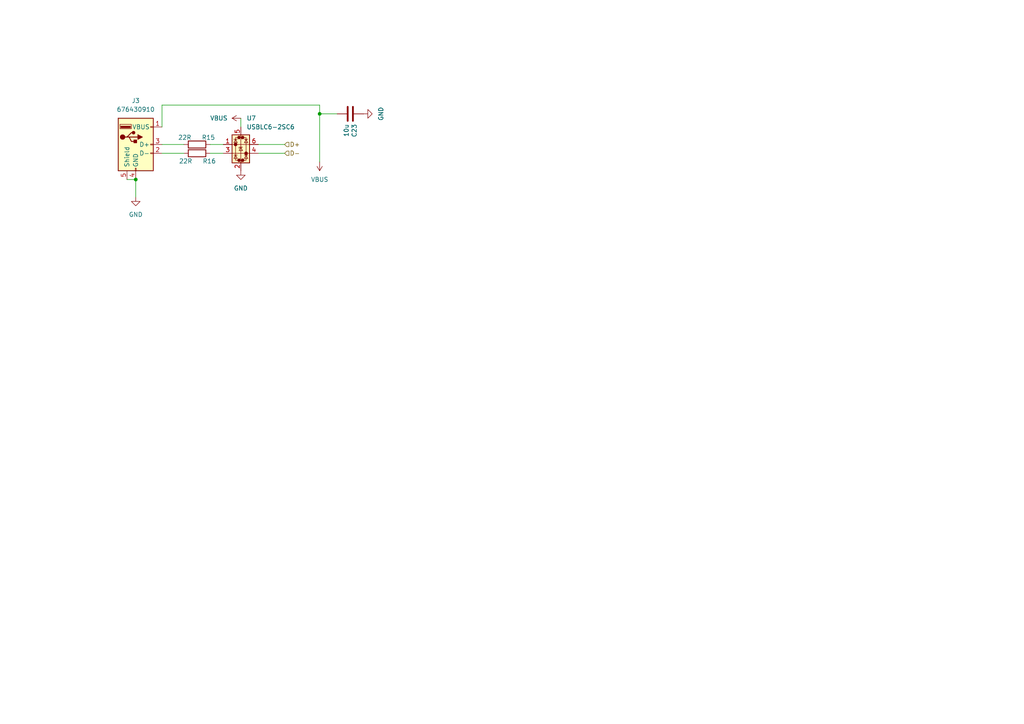
<source format=kicad_sch>
(kicad_sch (version 20250114) (generator "eeschema") (generator_version "9.0")
  (paper "A4")
  (title_block (title "${NAME}") (date "2025-05-25") (rev "${VERSION}") (company "Mikhail Matveev") (comment 1 "https://github.com/xtremespb/frank"))
  (lib_symbols
    (symbol "Connector:USB_A" (pin_names (offset 1.016))
      (property "Reference" "J" (at -5.08 11.43 0))
      (property "Value" "USB_A" (at -5.08 8.89 0))
      (symbol "USB_A_0_1"
        (rectangle (start -5.08 -7.62) (end 5.08 7.62) (stroke (width 0.254)) (fill (type background)))
        (circle (center -3.81 2.159) (radius 0.635) (stroke (width 0.254)) (fill (type outline)))
        (polyline (pts (xy -3.175 2.159) (xy -2.54 2.159) (xy -1.27 3.429) (xy -0.635 3.429)) (stroke (width 0.254)))
        (polyline (pts (xy -2.54 2.159) (xy -1.905 2.159) (xy -1.27 0.889) (xy 0 0.889)) (stroke (width 0.254)))
        (rectangle (start -1.524 4.826) (end -4.318 5.334) (fill (type outline)))
        (rectangle (start -1.27 4.572) (end -4.572 5.842))
        (circle (center -0.635 3.429) (radius 0.381) (stroke (width 0.254)) (fill (type outline)))
        (rectangle (start -0.127 -7.62) (end 0.127 -6.858))
        (rectangle (start 0.254 1.27) (end -0.508 0.508) (stroke (width 0.254)) (fill (type outline)))
        (polyline (pts (xy 0.635 2.794) (xy 0.635 1.524) (xy 1.905 2.159) (xy 0.635 2.794)) (stroke (width 0.254)) (fill (type outline)))
        (rectangle (start 5.08 4.953) (end 4.318 5.207))
        (rectangle (start 5.08 -0.127) (end 4.318 0.127))
        (rectangle (start 5.08 -2.667) (end 4.318 -2.413))
      )
      (symbol "USB_A_1_1"
        (polyline (pts (xy -1.905 2.159) (xy 0.635 2.159)) (stroke (width 0.254)))
        (pin passive line (at -2.54 -10.16 90) (length 2.54) (name "Shield") (number "5"))
        (pin power_in line (at 0 -10.16 90) (length 2.54) (name "GND") (number "4"))
        (pin power_in line (at 7.62 5.08 180) (length 2.54) (name "VBUS") (number "1"))
        (pin bidirectional line (at 7.62 0 180) (length 2.54) (name "D+") (number "3"))
        (pin bidirectional line (at 7.62 -2.54 180) (length 2.54) (name "D-") (number "2"))
      )
    )
    (symbol "Device:C" (pin_numbers (hide yes)) (pin_names (offset 0.254))
      (property "Reference" "C" (at 0.635 2.54 0))
      (property "Value" "C" (at 0.635 -2.54 0))
      (symbol "C_0_1"
        (polyline (pts (xy -2.032 0.762) (xy 2.032 0.762)) (stroke (width 0.508)))
        (polyline (pts (xy -2.032 -0.762) (xy 2.032 -0.762)) (stroke (width 0.508)))
      )
      (symbol "C_1_1"
        (pin passive line (at 0 3.81 270) (length 2.794) (name "~") (number "1"))
        (pin passive line (at 0 -3.81 90) (length 2.794) (name "~") (number "2"))
      )
    )
    (symbol "Device:R" (pin_numbers (hide yes)) (pin_names (offset 0))
      (property "Reference" "R" (at 2.032 0 90))
      (property "Value" "R" (at 0 0 90))
      (symbol "R_0_1"
        (rectangle (start -1.016 -2.54) (end 1.016 2.54) (stroke (width 0.254)))
      )
      (symbol "R_1_1"
        (pin passive line (at 0 3.81 270) (length 1.27) (name "~") (number "1"))
        (pin passive line (at 0 -3.81 90) (length 1.27) (name "~") (number "2"))
      )
    )
    (symbol "FRANK:USBLC6-2SC6" (pin_names (hide yes))
      (property "Reference" "U2" (at 1.6511 7.62 0))
      (property "Value" "USBLC6-2SC6" (at 1.6511 5.08 0))
      (symbol "USBLC6-2SC6_0_0"
        (circle (center -1.524 0) (radius 0.0001) (stroke (width 0.508)))
        (circle (center -0.508 2.032) (radius 0.0001) (stroke (width 0.508)))
        (circle (center -0.508 -4.572) (radius 0.0001) (stroke (width 0.508)))
        (circle (center 0.508 2.032) (radius 0.0001) (stroke (width 0.508)))
        (circle (center 0.508 -4.572) (radius 0.0001) (stroke (width 0.508)))
        (circle (center 1.524 -2.54) (radius 0.0001) (stroke (width 0.508)))
      )
      (symbol "USBLC6-2SC6_0_1"
        (polyline (pts (xy -2.54 0) (xy 2.54 0)))
        (polyline (pts (xy -2.54 -2.54) (xy 2.54 -2.54)))
        (polyline (pts (xy -2.032 0.508) (xy -1.016 0.508) (xy -1.524 1.524) (xy -2.032 0.508)))
        (polyline (pts (xy -2.032 -3.048) (xy -1.016 -3.048)))
        (polyline (pts (xy -1.016 1.524) (xy -2.032 1.524)))
        (polyline (pts (xy -1.016 -4.064) (xy -2.032 -4.064) (xy -1.524 -3.048) (xy -1.016 -4.064)))
        (polyline (pts (xy -0.508 -1.143) (xy -0.508 -0.762) (xy 0.508 -0.762)))
        (polyline (pts (xy 0 2.54) (xy -0.508 2.032) (xy 0.508 2.032) (xy 0 1.524) (xy 0 -4.064) (xy -0.508 -4.572) (xy 0.508 -4.572) (xy 0 -5.08)))
        (polyline (pts (xy 0.508 -1.778) (xy -0.508 -1.778) (xy 0 -0.762) (xy 0.508 -1.778)))
        (polyline (pts (xy 1.016 1.524) (xy 2.032 1.524)))
        (polyline (pts (xy 1.016 -3.048) (xy 2.032 -3.048)))
        (polyline (pts (xy 2.032 0.508) (xy 1.016 0.508) (xy 1.524 1.524) (xy 2.032 0.508)))
        (polyline (pts (xy 2.032 -4.064) (xy 1.016 -4.064) (xy 1.524 -3.048) (xy 2.032 -4.064)))
      )
      (symbol "USBLC6-2SC6_1_1"
        (rectangle (start -2.54 2.794) (end 2.54 -5.334) (stroke (width 0.254)) (fill (type background)))
        (polyline (pts (xy -0.508 2.032) (xy -1.524 2.032) (xy -1.524 -4.572) (xy -0.508 -4.572)))
        (polyline (pts (xy 0.508 -4.572) (xy 1.524 -4.572) (xy 1.524 2.032) (xy 0.508 2.032)))
        (pin passive line (at -5.08 0 0) (length 2.54) (name "I/O1") (number "1"))
        (pin passive line (at -5.08 -2.54 0) (length 2.54) (name "I/O2") (number "3"))
        (pin passive line (at 0 5.08 270) (length 2.54) (name "VBUS") (number "5"))
        (pin passive line (at 0 -7.62 90) (length 2.54) (name "GND") (number "2"))
        (pin passive line (at 5.08 0 180) (length 2.54) (name "I/O1") (number "6"))
        (pin passive line (at 5.08 -2.54 180) (length 2.54) (name "I/O2") (number "4"))
      )
    )
    (symbol "power:GND" (power) (pin_numbers (hide yes)) (pin_names (offset 0) (hide yes))
      (property "Value" "GND" (at 0 -3.81 0))
      (symbol "GND_0_1"
        (polyline (pts (xy 0 0) (xy 0 -1.27) (xy 1.27 -1.27) (xy 0 -2.54) (xy -1.27 -1.27) (xy 0 -1.27)))
      )
      (symbol "GND_1_1"
        (pin power_in line (at 0 0 270) (length 0) (name "~") (number "1"))
      )
    )
    (symbol "power:VBUS" (power) (pin_numbers (hide yes)) (pin_names (offset 0) (hide yes))
      (property "Value" "VBUS" (at 0 3.556 0))
      (symbol "VBUS_0_1"
        (polyline (pts (xy -0.762 1.27) (xy 0 2.54)))
        (polyline (pts (xy 0 2.54) (xy 0.762 1.27)))
        (polyline (pts (xy 0 0) (xy 0 2.54)))
      )
      (symbol "VBUS_1_1"
        (pin power_in line (at 0 0 90) (length 0) (name "~") (number "1"))
      )
    )
  )
  (junction (at 92.71 33.02))
  (junction (at 39.37 52.07))
  (wire (pts (xy 74.93 44.45) (xy 82.55 44.45)))
  (wire (pts (xy 39.37 52.07) (xy 39.37 57.15)))
  (wire (pts (xy 60.96 44.45) (xy 64.77 44.45)))
  (wire (pts (xy 46.99 30.48) (xy 46.99 36.83)))
  (wire (pts (xy 92.71 33.02) (xy 97.79 33.02)))
  (wire (pts (xy 36.83 52.07) (xy 39.37 52.07)))
  (wire (pts (xy 92.71 30.48) (xy 92.71 33.02)))
  (wire (pts (xy 69.85 34.29) (xy 69.85 36.83)))
  (wire (pts (xy 60.96 41.91) (xy 64.77 41.91)))
  (wire (pts (xy 46.99 41.91) (xy 53.34 41.91)))
  (wire (pts (xy 46.99 44.45) (xy 53.34 44.45)))
  (wire (pts (xy 46.99 30.48) (xy 92.71 30.48)))
  (wire (pts (xy 74.93 41.91) (xy 82.55 41.91)))
  (wire (pts (xy 92.71 33.02) (xy 92.71 46.99)))
  (hierarchical_label "D-" (shape input) (at 82.55 44.45 0))
  (hierarchical_label "D+" (shape input) (at 82.55 41.91 0))
  (symbol (lib_id "Device:C") (at 101.6 33.02 270) (unit 1)
    (property "Reference" "C23" (at 102.7684 35.941 0) (effects (justify left)))
    (property "Value" "10u" (at 100.457 35.941 0) (effects (justify left)))
    (property "Footprint" "FRANK:Capacitor (0805)" (effects (hide yes)))
    (property "Datasheet" "https://eu.mouser.com/datasheet/2/40/KGM_X7R-3223212.pdf" (effects (hide yes)))
    (property "AliExpress" "https://www.aliexpress.com/item/33008008276.html" (effects (hide yes)))
  )
  (symbol (lib_id "power:VBUS") (at 92.71 46.99 180) (unit 1)
    (property "Reference" "#PWR048" (effects (hide yes)))
    (property "Value" "VBUS" (at 92.71 52.07 0))
    (property "Description" "Power symbol creates a global label with name \"VBUS\"" (effects (hide yes)))
  )
  (symbol (lib_id "Device:R") (at 57.15 41.91 270) (mirror x) (unit 1)
    (property "Reference" "R15" (at 60.452 39.878 90))
    (property "Value" "22R" (at 53.594 39.878 90))
    (property "Footprint" "FRANK:Resistor (0805)" (effects (hide yes)))
    (property "Datasheet" "https://www.vishay.com/docs/28952/mcs0402at-mct0603at-mcu0805at-mca1206at.pdf" (effects (hide yes)))
    (property "AliExpress" "https://www.aliexpress.com/item/1005005945735199.html" (effects (hide yes)))
  )
  (symbol (lib_id "FRANK:USBLC6-2SC6") (at 69.85 41.91 0) (unit 1)
    (property "Reference" "U7" (at 71.5011 34.29 0) (effects (justify left)))
    (property "Value" "USBLC6-2SC6" (at 71.5011 36.83 0) (effects (justify left)))
    (property "Footprint" "FRANK:SOT-23-6" (effects (hide yes)))
    (property "Datasheet" "https://www.st.com/resource/en/datasheet/usblc6-2.pdf" (effects (hide yes)))
    (property "Description" "Very low capacitance ESD protection diode, 2 data-line, SOT-23-6" (effects (hide yes)))
  )
  (symbol (lib_id "power:GND") (at 39.37 57.15 0) (unit 1)
    (property "Reference" "#PWR050" (effects (hide yes)))
    (property "Value" "GND" (at 39.37 62.23 0))
    (property "Description" "Power symbol creates a global label with name \"GND\" , ground" (effects (hide yes)))
  )
  (symbol (lib_id "Device:R") (at 57.15 44.45 270) (mirror x) (unit 1)
    (property "Reference" "R16" (at 60.706 46.736 90))
    (property "Value" "22R" (at 53.848 46.736 90))
    (property "Footprint" "FRANK:Resistor (0805)" (effects (hide yes)))
    (property "Datasheet" "https://www.vishay.com/docs/28952/mcs0402at-mct0603at-mcu0805at-mca1206at.pdf" (effects (hide yes)))
    (property "AliExpress" "https://www.aliexpress.com/item/1005005945735199.html" (effects (hide yes)))
  )
  (symbol (lib_id "power:GND") (at 69.85 49.53 0) (unit 1)
    (property "Reference" "#PWR049" (effects (hide yes)))
    (property "Value" "GND" (at 69.85 54.61 0))
    (property "Description" "Power symbol creates a global label with name \"GND\" , ground" (effects (hide yes)))
  )
  (symbol (lib_id "Connector:USB_A") (at 39.37 41.91 0) (unit 1)
    (property "Reference" "J3" (at 39.37 29.21 0))
    (property "Value" "676430910" (at 39.37 31.75 0))
    (property "Footprint" "FRANK:USB Type A (single)" (effects (hide yes)))
    (property "Description" "USB Type A connector" (effects (hide yes)))
  )
  (symbol (lib_id "power:GND") (at 105.41 33.02 90) (unit 1)
    (property "Reference" "#PWR046" (effects (hide yes)))
    (property "Value" "GND" (at 110.49 33.02 0))
    (property "Description" "Power symbol creates a global label with name \"GND\" , ground" (effects (hide yes)))
  )
  (symbol (lib_id "power:VBUS") (at 69.85 34.29 90) (unit 1)
    (property "Reference" "#PWR047" (effects (hide yes)))
    (property "Value" "VBUS" (at 66.04 34.2899 90) (effects (justify left)))
    (property "Description" "Power symbol creates a global label with name \"VBUS\"" (effects (hide yes)))
  )
)
</source>
